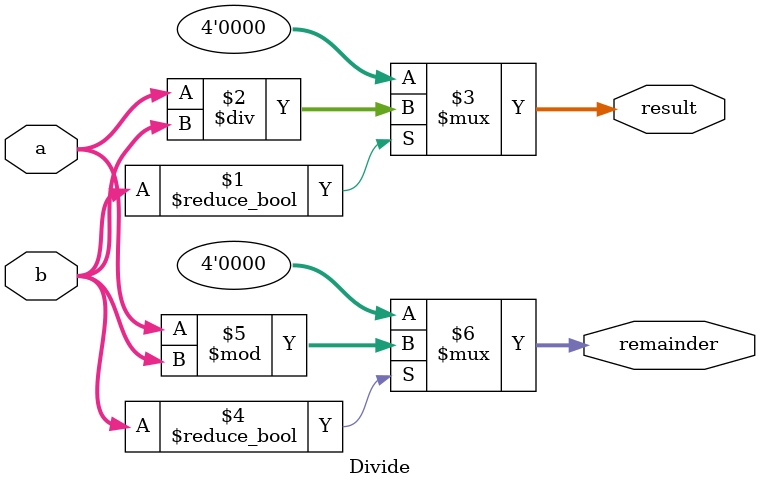
<source format=sv>
`timescale 1ns / 1ps

module Divide #(parameter WIDTH = 4) (
  input wire [WIDTH-1:0] a,          // Dividend
  input wire [WIDTH-1:0] b,          // Divisor
  output wire [WIDTH-1:0] result,    // Quotient
  output wire [WIDTH-1:0] remainder  // Remainder
);
  // Handle division by zero gracefully
  assign result = (b != 0) ? (a / b) : {WIDTH{1'b0}};
  assign remainder = (b != 0) ? (a % b) : {WIDTH{1'b0}};
endmodule
</source>
